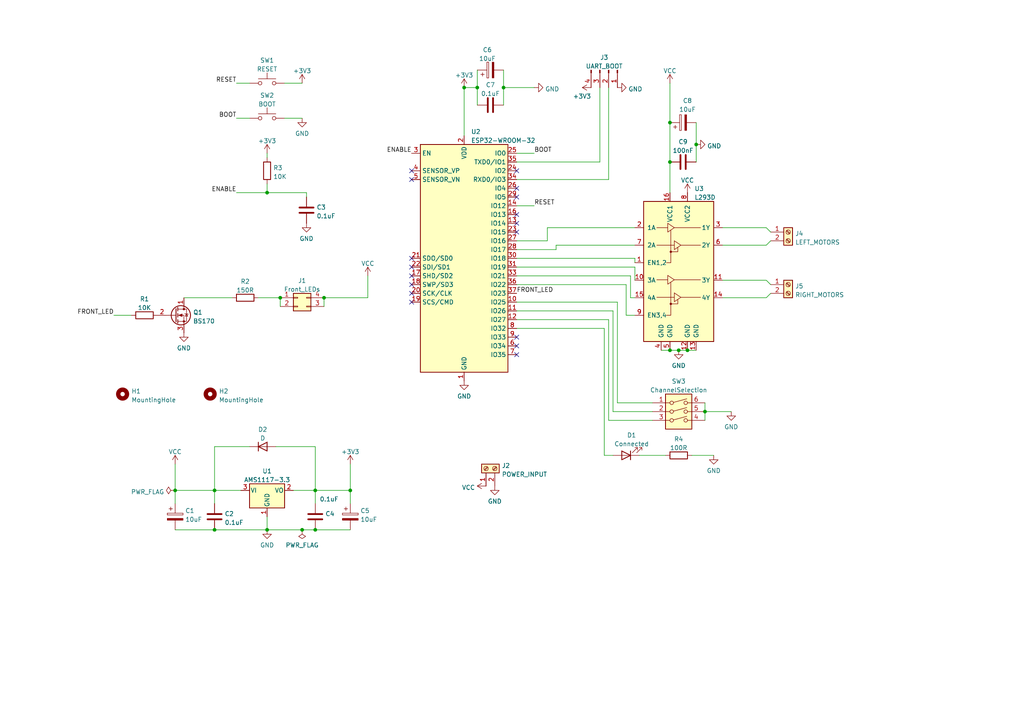
<source format=kicad_sch>
(kicad_sch (version 20211123) (generator eeschema)
  (paper "A4")
  (lib_symbols
    (symbol "Connector:Conn_01x04_Male" (pin_names (offset 1.016) hide)
      (property "Reference" "J" (at 0 5.08 0))
      (property "Value" "Conn_01x04_Male" (at 0 -7.62 0))
      (symbol "Conn_01x04_Male_1_1"
        (polyline (pts (xy 1.27 -5.08) (xy 0.8636 -5.08)) (stroke (width 0.1524)))
        (polyline (pts (xy 1.27 -2.54) (xy 0.8636 -2.54)) (stroke (width 0.1524)))
        (polyline (pts (xy 1.27 0) (xy 0.8636 0)) (stroke (width 0.1524)))
        (polyline (pts (xy 1.27 2.54) (xy 0.8636 2.54)) (stroke (width 0.1524)))
        (rectangle (start 0.8636 -4.953) (end 0 -5.207) (stroke (width 0.1524)) (fill (type outline)))
        (rectangle (start 0.8636 -2.413) (end 0 -2.667) (stroke (width 0.1524)) (fill (type outline)))
        (rectangle (start 0.8636 0.127) (end 0 -0.127) (stroke (width 0.1524)) (fill (type outline)))
        (rectangle (start 0.8636 2.667) (end 0 2.413) (stroke (width 0.1524)) (fill (type outline)))
        (pin passive line (at 5.08 2.54 180) (length 3.81) (name "Pin_1") (number "1"))
        (pin passive line (at 5.08 0 180) (length 3.81) (name "Pin_2") (number "2"))
        (pin passive line (at 5.08 -2.54 180) (length 3.81) (name "Pin_3") (number "3"))
        (pin passive line (at 5.08 -5.08 180) (length 3.81) (name "Pin_4") (number "4"))
      )
    )
    (symbol "Connector:Screw_Terminal_01x02" (pin_names (offset 1.016) hide)
      (property "Reference" "J" (at 0 2.54 0))
      (property "Value" "Screw_Terminal_01x02" (at 0 -5.08 0))
      (symbol "Screw_Terminal_01x02_1_1"
        (rectangle (start -1.27 1.27) (end 1.27 -3.81) (stroke (width 0.254)) (fill (type background)))
        (circle (center 0 -2.54) (radius 0.635) (stroke (width 0.1524)))
        (polyline (pts (xy -0.5334 -2.2098) (xy 0.3302 -3.048)) (stroke (width 0.1524)))
        (polyline (pts (xy -0.5334 0.3302) (xy 0.3302 -0.508)) (stroke (width 0.1524)))
        (polyline (pts (xy -0.3556 -2.032) (xy 0.508 -2.8702)) (stroke (width 0.1524)))
        (polyline (pts (xy -0.3556 0.508) (xy 0.508 -0.3302)) (stroke (width 0.1524)))
        (circle (center 0 0) (radius 0.635) (stroke (width 0.1524)))
        (pin passive line (at -5.08 0 0) (length 3.81) (name "Pin_1") (number "1"))
        (pin passive line (at -5.08 -2.54 0) (length 3.81) (name "Pin_2") (number "2"))
      )
    )
    (symbol "Connector_Generic:Conn_02x02_Counter_Clockwise" (pin_names (offset 1.016) hide)
      (property "Reference" "J" (at 1.27 2.54 0))
      (property "Value" "Conn_02x02_Counter_Clockwise" (at 1.27 -5.08 0))
      (symbol "Conn_02x02_Counter_Clockwise_1_1"
        (rectangle (start -1.27 -2.413) (end 0 -2.667) (stroke (width 0.1524)))
        (rectangle (start -1.27 0.127) (end 0 -0.127) (stroke (width 0.1524)))
        (rectangle (start -1.27 1.27) (end 3.81 -3.81) (stroke (width 0.254)) (fill (type background)))
        (rectangle (start 3.81 -2.413) (end 2.54 -2.667) (stroke (width 0.1524)))
        (rectangle (start 3.81 0.127) (end 2.54 -0.127) (stroke (width 0.1524)))
        (pin passive line (at -5.08 0 0) (length 3.81) (name "Pin_1") (number "1"))
        (pin passive line (at -5.08 -2.54 0) (length 3.81) (name "Pin_2") (number "2"))
        (pin passive line (at 7.62 -2.54 180) (length 3.81) (name "Pin_3") (number "3"))
        (pin passive line (at 7.62 0 180) (length 3.81) (name "Pin_4") (number "4"))
      )
    )
    (symbol "Device:C" (pin_numbers hide) (pin_names (offset 0.254))
      (property "Reference" "C" (at 0.635 2.54 0))
      (property "Value" "C" (at 0.635 -2.54 0))
      (symbol "C_0_1"
        (polyline (pts (xy -2.032 -0.762) (xy 2.032 -0.762)) (stroke (width 0.508)))
        (polyline (pts (xy -2.032 0.762) (xy 2.032 0.762)) (stroke (width 0.508)))
      )
      (symbol "C_1_1"
        (pin passive line (at 0 3.81 270) (length 2.794) (name "~") (number "1"))
        (pin passive line (at 0 -3.81 90) (length 2.794) (name "~") (number "2"))
      )
    )
    (symbol "Device:C_Polarized" (pin_numbers hide) (pin_names (offset 0.254))
      (property "Reference" "C" (at 0.635 2.54 0))
      (property "Value" "C_Polarized" (at 0.635 -2.54 0))
      (symbol "C_Polarized_0_1"
        (rectangle (start -2.286 0.508) (end 2.286 1.016))
        (polyline (pts (xy -1.778 2.286) (xy -0.762 2.286)))
        (polyline (pts (xy -1.27 2.794) (xy -1.27 1.778)))
        (rectangle (start 2.286 -0.508) (end -2.286 -1.016) (fill (type outline)))
      )
      (symbol "C_Polarized_1_1"
        (pin passive line (at 0 3.81 270) (length 2.794) (name "~") (number "1"))
        (pin passive line (at 0 -3.81 90) (length 2.794) (name "~") (number "2"))
      )
    )
    (symbol "Device:D" (pin_numbers hide) (pin_names (offset 1.016) hide)
      (property "Reference" "D" (at 0 2.54 0))
      (property "Value" "D" (at 0 -2.54 0))
      (symbol "D_0_1"
        (polyline (pts (xy -1.27 1.27) (xy -1.27 -1.27)) (stroke (width 0.254)))
        (polyline (pts (xy 1.27 0) (xy -1.27 0)))
        (polyline (pts (xy 1.27 1.27) (xy 1.27 -1.27) (xy -1.27 0) (xy 1.27 1.27)) (stroke (width 0.254)))
      )
      (symbol "D_1_1"
        (pin passive line (at -3.81 0 0) (length 2.54) (name "K") (number "1"))
        (pin passive line (at 3.81 0 180) (length 2.54) (name "A") (number "2"))
      )
    )
    (symbol "Device:LED" (pin_numbers hide) (pin_names (offset 1.016) hide)
      (property "Reference" "D" (at 0 2.54 0))
      (property "Value" "LED" (at 0 -2.54 0))
      (symbol "LED_0_1"
        (polyline (pts (xy -1.27 -1.27) (xy -1.27 1.27)) (stroke (width 0.254)))
        (polyline (pts (xy -1.27 0) (xy 1.27 0)))
        (polyline (pts (xy 1.27 -1.27) (xy 1.27 1.27) (xy -1.27 0) (xy 1.27 -1.27)) (stroke (width 0.254)))
        (polyline (pts (xy -3.048 -0.762) (xy -4.572 -2.286) (xy -3.81 -2.286) (xy -4.572 -2.286) (xy -4.572 -1.524)))
        (polyline (pts (xy -1.778 -0.762) (xy -3.302 -2.286) (xy -2.54 -2.286) (xy -3.302 -2.286) (xy -3.302 -1.524)))
      )
      (symbol "LED_1_1"
        (pin passive line (at -3.81 0 0) (length 2.54) (name "K") (number "1"))
        (pin passive line (at 3.81 0 180) (length 2.54) (name "A") (number "2"))
      )
    )
    (symbol "Device:R" (pin_numbers hide) (pin_names (offset 0))
      (property "Reference" "R" (at 2.032 0 90))
      (property "Value" "R" (at 0 0 90))
      (symbol "R_0_1"
        (rectangle (start -1.016 -2.54) (end 1.016 2.54) (stroke (width 0.254)))
      )
      (symbol "R_1_1"
        (pin passive line (at 0 3.81 270) (length 1.27) (name "~") (number "1"))
        (pin passive line (at 0 -3.81 90) (length 1.27) (name "~") (number "2"))
      )
    )
    (symbol "Driver_Motor:L293D" (pin_names (offset 1.016))
      (property "Reference" "U" (at -5.08 26.035 0))
      (property "Value" "L293D" (at -5.08 24.13 0))
      (symbol "L293D_0_1"
        (rectangle (start -10.16 22.86) (end 10.16 -17.78) (stroke (width 0.254)) (fill (type background)))
        (circle (center -2.286 -6.858) (radius 0.254) (fill (type outline)))
        (circle (center -2.286 8.255) (radius 0.254) (fill (type outline)))
        (polyline (pts (xy -6.35 -4.953) (xy -1.27 -4.953)))
        (polyline (pts (xy -6.35 0.127) (xy -3.175 0.127)))
        (polyline (pts (xy -6.35 10.16) (xy -1.27 10.16)))
        (polyline (pts (xy -6.35 15.24) (xy -3.175 15.24)))
        (polyline (pts (xy -1.27 0.127) (xy 6.35 0.127)))
        (polyline (pts (xy -1.27 15.24) (xy 6.35 15.24)))
        (polyline (pts (xy 0.635 -4.953) (xy 6.35 -4.953)))
        (polyline (pts (xy 0.635 10.16) (xy 6.35 10.16)))
        (polyline (pts (xy -2.286 -6.858) (xy -0.254 -6.858) (xy -0.254 -5.588)))
        (polyline (pts (xy -2.286 -0.635) (xy -2.286 -10.16) (xy -3.556 -10.16)))
        (polyline (pts (xy -2.286 8.255) (xy -0.254 8.255) (xy -0.254 9.525)))
        (polyline (pts (xy -2.286 14.478) (xy -2.286 5.08) (xy -3.556 5.08)))
        (polyline (pts (xy -3.175 1.397) (xy -3.175 -1.143) (xy -1.27 0.127) (xy -3.175 1.397)))
        (polyline (pts (xy -3.175 16.51) (xy -3.175 13.97) (xy -1.27 15.24) (xy -3.175 16.51)))
        (polyline (pts (xy -1.27 -3.683) (xy -1.27 -6.223) (xy 0.635 -4.953) (xy -1.27 -3.683)))
        (polyline (pts (xy -1.27 11.43) (xy -1.27 8.89) (xy 0.635 10.16) (xy -1.27 11.43)))
      )
      (symbol "L293D_1_1"
        (pin input line (at -12.7 5.08 0) (length 2.54) (name "EN1,2") (number "1"))
        (pin input line (at -12.7 0 0) (length 2.54) (name "3A") (number "10"))
        (pin output line (at 12.7 0 180) (length 2.54) (name "3Y") (number "11"))
        (pin power_in line (at 2.54 -20.32 90) (length 2.54) (name "GND") (number "12"))
        (pin power_in line (at 5.08 -20.32 90) (length 2.54) (name "GND") (number "13"))
        (pin output line (at 12.7 -5.08 180) (length 2.54) (name "4Y") (number "14"))
        (pin input line (at -12.7 -5.08 0) (length 2.54) (name "4A") (number "15"))
        (pin power_in line (at -2.54 25.4 270) (length 2.54) (name "VCC1") (number "16"))
        (pin input line (at -12.7 15.24 0) (length 2.54) (name "1A") (number "2"))
        (pin output line (at 12.7 15.24 180) (length 2.54) (name "1Y") (number "3"))
        (pin power_in line (at -5.08 -20.32 90) (length 2.54) (name "GND") (number "4"))
        (pin power_in line (at -2.54 -20.32 90) (length 2.54) (name "GND") (number "5"))
        (pin output line (at 12.7 10.16 180) (length 2.54) (name "2Y") (number "6"))
        (pin input line (at -12.7 10.16 0) (length 2.54) (name "2A") (number "7"))
        (pin power_in line (at 2.54 25.4 270) (length 2.54) (name "VCC2") (number "8"))
        (pin input line (at -12.7 -10.16 0) (length 2.54) (name "EN3,4") (number "9"))
      )
    )
    (symbol "Mechanical:MountingHole" (pin_names (offset 1.016))
      (property "Reference" "H" (at 0 5.08 0))
      (property "Value" "MountingHole" (at 0 3.175 0))
      (symbol "MountingHole_0_1"
        (circle (center 0 0) (radius 1.27) (stroke (width 1.27)))
      )
    )
    (symbol "RF_Module:ESP32-WROOM-32"
      (property "Reference" "U" (at -12.7 34.29 0))
      (property "Value" "ESP32-WROOM-32" (at 1.27 34.29 0))
      (symbol "ESP32-WROOM-32_0_1"
        (rectangle (start -12.7 33.02) (end 12.7 -33.02) (stroke (width 0.254)) (fill (type background)))
      )
      (symbol "ESP32-WROOM-32_1_1"
        (pin power_in line (at 0 -35.56 90) (length 2.54) (name "GND") (number "1"))
        (pin bidirectional line (at 15.24 -12.7 180) (length 2.54) (name "IO25") (number "10"))
        (pin bidirectional line (at 15.24 -15.24 180) (length 2.54) (name "IO26") (number "11"))
        (pin bidirectional line (at 15.24 -17.78 180) (length 2.54) (name "IO27") (number "12"))
        (pin bidirectional line (at 15.24 10.16 180) (length 2.54) (name "IO14") (number "13"))
        (pin bidirectional line (at 15.24 15.24 180) (length 2.54) (name "IO12") (number "14"))
        (pin passive line (at 0 -35.56 90) (length 2.54) hide (name "GND") (number "15"))
        (pin bidirectional line (at 15.24 12.7 180) (length 2.54) (name "IO13") (number "16"))
        (pin bidirectional line (at -15.24 -5.08 0) (length 2.54) (name "SHD/SD2") (number "17"))
        (pin bidirectional line (at -15.24 -7.62 0) (length 2.54) (name "SWP/SD3") (number "18"))
        (pin bidirectional line (at -15.24 -12.7 0) (length 2.54) (name "SCS/CMD") (number "19"))
        (pin power_in line (at 0 35.56 270) (length 2.54) (name "VDD") (number "2"))
        (pin bidirectional line (at -15.24 -10.16 0) (length 2.54) (name "SCK/CLK") (number "20"))
        (pin bidirectional line (at -15.24 0 0) (length 2.54) (name "SDO/SD0") (number "21"))
        (pin bidirectional line (at -15.24 -2.54 0) (length 2.54) (name "SDI/SD1") (number "22"))
        (pin bidirectional line (at 15.24 7.62 180) (length 2.54) (name "IO15") (number "23"))
        (pin bidirectional line (at 15.24 25.4 180) (length 2.54) (name "IO2") (number "24"))
        (pin bidirectional line (at 15.24 30.48 180) (length 2.54) (name "IO0") (number "25"))
        (pin bidirectional line (at 15.24 20.32 180) (length 2.54) (name "IO4") (number "26"))
        (pin bidirectional line (at 15.24 5.08 180) (length 2.54) (name "IO16") (number "27"))
        (pin bidirectional line (at 15.24 2.54 180) (length 2.54) (name "IO17") (number "28"))
        (pin bidirectional line (at 15.24 17.78 180) (length 2.54) (name "IO5") (number "29"))
        (pin input line (at -15.24 30.48 0) (length 2.54) (name "EN") (number "3"))
        (pin bidirectional line (at 15.24 0 180) (length 2.54) (name "IO18") (number "30"))
        (pin bidirectional line (at 15.24 -2.54 180) (length 2.54) (name "IO19") (number "31"))
        (pin no_connect line (at -12.7 -27.94 0) (length 2.54) hide (name "NC") (number "32"))
        (pin bidirectional line (at 15.24 -5.08 180) (length 2.54) (name "IO21") (number "33"))
        (pin bidirectional line (at 15.24 22.86 180) (length 2.54) (name "RXD0/IO3") (number "34"))
        (pin bidirectional line (at 15.24 27.94 180) (length 2.54) (name "TXD0/IO1") (number "35"))
        (pin bidirectional line (at 15.24 -7.62 180) (length 2.54) (name "IO22") (number "36"))
        (pin bidirectional line (at 15.24 -10.16 180) (length 2.54) (name "IO23") (number "37"))
        (pin passive line (at 0 -35.56 90) (length 2.54) hide (name "GND") (number "38"))
        (pin passive line (at 0 -35.56 90) (length 2.54) hide (name "GND") (number "39"))
        (pin input line (at -15.24 25.4 0) (length 2.54) (name "SENSOR_VP") (number "4"))
        (pin input line (at -15.24 22.86 0) (length 2.54) (name "SENSOR_VN") (number "5"))
        (pin input line (at 15.24 -25.4 180) (length 2.54) (name "IO34") (number "6"))
        (pin input line (at 15.24 -27.94 180) (length 2.54) (name "IO35") (number "7"))
        (pin bidirectional line (at 15.24 -20.32 180) (length 2.54) (name "IO32") (number "8"))
        (pin bidirectional line (at 15.24 -22.86 180) (length 2.54) (name "IO33") (number "9"))
      )
    )
    (symbol "Regulator_Linear:AMS1117-3.3" (pin_names (offset 0.254))
      (property "Reference" "U" (at -3.81 3.175 0))
      (property "Value" "AMS1117-3.3" (at 0 3.175 0))
      (symbol "AMS1117-3.3_0_1"
        (rectangle (start -5.08 -5.08) (end 5.08 1.905) (stroke (width 0.254)) (fill (type background)))
      )
      (symbol "AMS1117-3.3_1_1"
        (pin power_in line (at 0 -7.62 90) (length 2.54) (name "GND") (number "1"))
        (pin power_out line (at 7.62 0 180) (length 2.54) (name "VO") (number "2"))
        (pin power_in line (at -7.62 0 0) (length 2.54) (name "VI") (number "3"))
      )
    )
    (symbol "Switch:SW_DIP_x03" (pin_names (offset 0) hide)
      (property "Reference" "SW" (at 0 8.89 0))
      (property "Value" "SW_DIP_x03" (at 0 -3.81 0))
      (symbol "SW_DIP_x03_0_0"
        (circle (center -2.032 0) (radius 0.508))
        (circle (center -2.032 2.54) (radius 0.508))
        (circle (center -2.032 5.08) (radius 0.508))
        (polyline (pts (xy -1.524 0.127) (xy 2.3622 1.1684)))
        (polyline (pts (xy -1.524 2.667) (xy 2.3622 3.7084)))
        (polyline (pts (xy -1.524 5.207) (xy 2.3622 6.2484)))
        (circle (center 2.032 0) (radius 0.508))
        (circle (center 2.032 2.54) (radius 0.508))
        (circle (center 2.032 5.08) (radius 0.508))
      )
      (symbol "SW_DIP_x03_0_1"
        (rectangle (start -3.81 7.62) (end 3.81 -2.54) (stroke (width 0.254)) (fill (type background)))
      )
      (symbol "SW_DIP_x03_1_1"
        (pin passive line (at -7.62 5.08 0) (length 5.08) (name "~") (number "1"))
        (pin passive line (at -7.62 2.54 0) (length 5.08) (name "~") (number "2"))
        (pin passive line (at -7.62 0 0) (length 5.08) (name "~") (number "3"))
        (pin passive line (at 7.62 0 180) (length 5.08) (name "~") (number "4"))
        (pin passive line (at 7.62 2.54 180) (length 5.08) (name "~") (number "5"))
        (pin passive line (at 7.62 5.08 180) (length 5.08) (name "~") (number "6"))
      )
    )
    (symbol "Switch:SW_Push" (pin_numbers hide) (pin_names (offset 1.016) hide)
      (property "Reference" "SW" (at 1.27 2.54 0))
      (property "Value" "SW_Push" (at 0 -1.524 0))
      (symbol "SW_Push_0_1"
        (circle (center -2.032 0) (radius 0.508))
        (polyline (pts (xy 0 1.27) (xy 0 3.048)))
        (polyline (pts (xy 2.54 1.27) (xy -2.54 1.27)))
        (circle (center 2.032 0) (radius 0.508))
        (pin passive line (at -5.08 0 0) (length 2.54) (name "1") (number "1"))
        (pin passive line (at 5.08 0 180) (length 2.54) (name "2") (number "2"))
      )
    )
    (symbol "Transistor_FET:BS170" (pin_names hide)
      (property "Reference" "Q" (at 5.08 1.905 0))
      (property "Value" "BS170" (at 5.08 0 0))
      (symbol "BS170_0_1"
        (polyline (pts (xy 0.254 0) (xy -2.54 0)))
        (polyline (pts (xy 0.254 1.905) (xy 0.254 -1.905)) (stroke (width 0.254)))
        (polyline (pts (xy 0.762 -1.27) (xy 0.762 -2.286)) (stroke (width 0.254)))
        (polyline (pts (xy 0.762 0.508) (xy 0.762 -0.508)) (stroke (width 0.254)))
        (polyline (pts (xy 0.762 2.286) (xy 0.762 1.27)) (stroke (width 0.254)))
        (polyline (pts (xy 2.54 2.54) (xy 2.54 1.778)))
        (polyline (pts (xy 2.54 -2.54) (xy 2.54 0) (xy 0.762 0)))
        (polyline (pts (xy 0.762 -1.778) (xy 3.302 -1.778) (xy 3.302 1.778) (xy 0.762 1.778)))
        (polyline (pts (xy 1.016 0) (xy 2.032 0.381) (xy 2.032 -0.381) (xy 1.016 0)) (fill (type outline)))
        (polyline (pts (xy 2.794 0.508) (xy 2.921 0.381) (xy 3.683 0.381) (xy 3.81 0.254)))
        (polyline (pts (xy 3.302 0.381) (xy 2.921 -0.254) (xy 3.683 -0.254) (xy 3.302 0.381)))
        (circle (center 1.651 0) (radius 2.794) (stroke (width 0.254)))
        (circle (center 2.54 -1.778) (radius 0.254) (fill (type outline)))
        (circle (center 2.54 1.778) (radius 0.254) (fill (type outline)))
      )
      (symbol "BS170_1_1"
        (pin passive line (at 2.54 5.08 270) (length 2.54) (name "D") (number "1"))
        (pin input line (at -5.08 0 0) (length 2.54) (name "G") (number "2"))
        (pin passive line (at 2.54 -5.08 90) (length 2.54) (name "S") (number "3"))
      )
    )
    (symbol "power:+3.3V" (power) (pin_names (offset 0))
      (property "Value" "+3.3V" (at 0 3.556 0))
      (symbol "+3.3V_0_1"
        (polyline (pts (xy -0.762 1.27) (xy 0 2.54)))
        (polyline (pts (xy 0 0) (xy 0 2.54)))
        (polyline (pts (xy 0 2.54) (xy 0.762 1.27)))
      )
      (symbol "+3.3V_1_1"
        (pin power_in line (at 0 0 90) (length 0) hide (name "+3V3") (number "1"))
      )
    )
    (symbol "power:GND" (power) (pin_names (offset 0))
      (property "Value" "GND" (at 0 -3.81 0))
      (symbol "GND_0_1"
        (polyline (pts (xy 0 0) (xy 0 -1.27) (xy 1.27 -1.27) (xy 0 -2.54) (xy -1.27 -1.27) (xy 0 -1.27)))
      )
      (symbol "GND_1_1"
        (pin power_in line (at 0 0 270) (length 0) hide (name "GND") (number "1"))
      )
    )
    (symbol "power:PWR_FLAG" (power) (pin_numbers hide) (pin_names (offset 0) hide)
      (property "Value" "PWR_FLAG" (at 0 3.81 0))
      (symbol "PWR_FLAG_0_0"
        (pin power_out line (at 0 0 90) (length 0) (name "pwr") (number "1"))
      )
      (symbol "PWR_FLAG_0_1"
        (polyline (pts (xy 0 0) (xy 0 1.27) (xy -1.016 1.905) (xy 0 2.54) (xy 1.016 1.905) (xy 0 1.27)))
      )
    )
    (symbol "power:VCC" (power) (pin_names (offset 0))
      (property "Value" "VCC" (at 0 3.81 0))
      (symbol "VCC_0_1"
        (polyline (pts (xy -0.762 1.27) (xy 0 2.54)))
        (polyline (pts (xy 0 0) (xy 0 2.54)))
        (polyline (pts (xy 0 2.54) (xy 0.762 1.27)))
      )
      (symbol "VCC_1_1"
        (pin power_in line (at 0 0 90) (length 0) hide (name "VCC") (number "1"))
      )
    )
  )
  (junction (at 138.43 25.4))
  (junction (at 81.28 86.36))
  (junction (at 77.47 55.88))
  (junction (at 50.8 142.24))
  (junction (at 62.23 153.67))
  (junction (at 91.44 142.24))
  (junction (at 134.62 25.4))
  (junction (at 62.23 142.24))
  (junction (at 194.31 35.56))
  (junction (at 101.6 142.24))
  (junction (at 146.05 25.4))
  (junction (at 199.39 101.6))
  (junction (at 194.31 46.99))
  (junction (at 93.98 86.36))
  (junction (at 91.44 153.67))
  (junction (at 196.85 101.6))
  (junction (at 77.47 153.67))
  (junction (at 194.31 101.6))
  (junction (at 201.93 41.91))
  (junction (at 204.47 119.38))
  (junction (at 87.63 153.67))
  (no_connect (at 149.86 64.77))
  (no_connect (at 149.86 67.31))
  (no_connect (at 149.86 97.79))
  (no_connect (at 149.86 100.33))
  (no_connect (at 149.86 102.87))
  (no_connect (at 149.86 62.23))
  (no_connect (at 149.86 49.53))
  (no_connect (at 149.86 54.61))
  (no_connect (at 149.86 57.15))
  (no_connect (at 119.38 77.47))
  (no_connect (at 119.38 80.01))
  (no_connect (at 119.38 82.55))
  (no_connect (at 119.38 85.09))
  (no_connect (at 119.38 87.63))
  (no_connect (at 119.38 49.53))
  (no_connect (at 119.38 52.07))
  (no_connect (at 119.38 74.93))
  (wire (pts (xy 149.86 80.01) (xy 182.88 80.01)))
  (wire (pts (xy 175.26 132.08) (xy 177.8 132.08)))
  (wire (pts (xy 53.34 86.36) (xy 67.31 86.36)))
  (wire (pts (xy 91.44 153.67) (xy 101.6 153.67)))
  (wire (pts (xy 200.66 132.08) (xy 207.01 132.08)))
  (wire (pts (xy 91.44 142.24) (xy 101.6 142.24)))
  (wire (pts (xy 222.25 86.36) (xy 223.52 85.09)))
  (wire (pts (xy 196.85 101.6) (xy 199.39 101.6)))
  (wire (pts (xy 222.25 71.12) (xy 223.52 69.85)))
  (wire (pts (xy 181.61 82.55) (xy 181.61 91.44)))
  (wire (pts (xy 194.31 35.56) (xy 194.31 46.99)))
  (wire (pts (xy 204.47 116.84) (xy 204.47 119.38)))
  (wire (pts (xy 138.43 25.4) (xy 138.43 30.48)))
  (wire (pts (xy 101.6 146.05) (xy 101.6 142.24)))
  (wire (pts (xy 74.93 86.36) (xy 81.28 86.36)))
  (wire (pts (xy 81.28 86.36) (xy 81.28 88.9)))
  (wire (pts (xy 134.62 25.4) (xy 134.62 39.37)))
  (wire (pts (xy 182.88 86.36) (xy 184.15 86.36)))
  (wire (pts (xy 62.23 153.67) (xy 77.47 153.67)))
  (wire (pts (xy 72.39 129.54) (xy 62.23 129.54)))
  (wire (pts (xy 161.29 71.12) (xy 184.15 71.12)))
  (wire (pts (xy 68.58 24.13) (xy 72.39 24.13)))
  (wire (pts (xy 149.86 46.99) (xy 173.99 46.99)))
  (wire (pts (xy 154.94 59.69) (xy 149.86 59.69)))
  (wire (pts (xy 149.86 77.47) (xy 184.15 77.47)))
  (wire (pts (xy 50.8 153.67) (xy 62.23 153.67)))
  (wire (pts (xy 77.47 53.34) (xy 77.47 55.88)))
  (wire (pts (xy 91.44 146.05) (xy 91.44 142.24)))
  (wire (pts (xy 149.86 44.45) (xy 154.94 44.45)))
  (wire (pts (xy 181.61 91.44) (xy 184.15 91.44)))
  (wire (pts (xy 68.58 34.29) (xy 72.39 34.29)))
  (wire (pts (xy 149.86 90.17) (xy 177.8 90.17)))
  (wire (pts (xy 223.52 82.55) (xy 222.25 81.28)))
  (wire (pts (xy 146.05 25.4) (xy 146.05 30.48)))
  (wire (pts (xy 62.23 129.54) (xy 62.23 142.24)))
  (wire (pts (xy 204.47 119.38) (xy 212.09 119.38)))
  (wire (pts (xy 173.99 46.99) (xy 173.99 25.4)))
  (wire (pts (xy 176.53 52.07) (xy 176.53 25.4)))
  (wire (pts (xy 175.26 95.25) (xy 175.26 132.08)))
  (wire (pts (xy 87.63 153.67) (xy 91.44 153.67)))
  (wire (pts (xy 161.29 72.39) (xy 161.29 71.12)))
  (wire (pts (xy 179.07 116.84) (xy 189.23 116.84)))
  (wire (pts (xy 182.88 80.01) (xy 182.88 86.36)))
  (wire (pts (xy 50.8 146.05) (xy 50.8 142.24)))
  (wire (pts (xy 149.86 95.25) (xy 175.26 95.25)))
  (wire (pts (xy 33.02 91.44) (xy 38.1 91.44)))
  (wire (pts (xy 146.05 25.4) (xy 154.94 25.4)))
  (wire (pts (xy 149.86 52.07) (xy 176.53 52.07)))
  (wire (pts (xy 138.43 20.32) (xy 138.43 25.4)))
  (wire (pts (xy 184.15 74.93) (xy 184.15 76.2)))
  (wire (pts (xy 62.23 146.05) (xy 62.23 142.24)))
  (wire (pts (xy 201.93 41.91) (xy 201.93 46.99)))
  (wire (pts (xy 80.01 129.54) (xy 91.44 129.54)))
  (wire (pts (xy 146.05 20.32) (xy 146.05 25.4)))
  (wire (pts (xy 138.43 25.4) (xy 134.62 25.4)))
  (wire (pts (xy 194.31 24.13) (xy 194.31 35.56)))
  (wire (pts (xy 77.47 149.86) (xy 77.47 153.67)))
  (wire (pts (xy 82.55 34.29) (xy 87.63 34.29)))
  (wire (pts (xy 194.31 101.6) (xy 196.85 101.6)))
  (wire (pts (xy 222.25 66.04) (xy 223.52 67.31)))
  (wire (pts (xy 77.47 44.45) (xy 77.47 45.72)))
  (wire (pts (xy 184.15 77.47) (xy 184.15 81.28)))
  (wire (pts (xy 209.55 81.28) (xy 222.25 81.28)))
  (wire (pts (xy 177.8 119.38) (xy 189.23 119.38)))
  (wire (pts (xy 50.8 134.62) (xy 50.8 142.24)))
  (wire (pts (xy 88.9 55.88) (xy 88.9 57.15)))
  (wire (pts (xy 93.98 86.36) (xy 93.98 88.9)))
  (wire (pts (xy 68.58 55.88) (xy 77.47 55.88)))
  (wire (pts (xy 209.55 86.36) (xy 222.25 86.36)))
  (wire (pts (xy 106.68 86.36) (xy 106.68 80.01)))
  (wire (pts (xy 158.75 66.04) (xy 184.15 66.04)))
  (wire (pts (xy 194.31 46.99) (xy 194.31 55.88)))
  (wire (pts (xy 149.86 74.93) (xy 184.15 74.93)))
  (wire (pts (xy 62.23 142.24) (xy 69.85 142.24)))
  (wire (pts (xy 199.39 101.6) (xy 201.93 101.6)))
  (wire (pts (xy 93.98 86.36) (xy 106.68 86.36)))
  (wire (pts (xy 158.75 69.85) (xy 158.75 66.04)))
  (wire (pts (xy 101.6 134.62) (xy 101.6 142.24)))
  (wire (pts (xy 149.86 92.71) (xy 176.53 92.71)))
  (wire (pts (xy 204.47 119.38) (xy 204.47 121.92)))
  (wire (pts (xy 177.8 90.17) (xy 177.8 119.38)))
  (wire (pts (xy 176.53 92.71) (xy 176.53 121.92)))
  (wire (pts (xy 179.07 87.63) (xy 149.86 87.63)))
  (wire (pts (xy 149.86 82.55) (xy 181.61 82.55)))
  (wire (pts (xy 82.55 24.13) (xy 87.63 24.13)))
  (wire (pts (xy 209.55 71.12) (xy 222.25 71.12)))
  (wire (pts (xy 91.44 129.54) (xy 91.44 142.24)))
  (wire (pts (xy 185.42 132.08) (xy 193.04 132.08)))
  (wire (pts (xy 209.55 66.04) (xy 222.25 66.04)))
  (wire (pts (xy 179.07 116.84) (xy 179.07 87.63)))
  (wire (pts (xy 77.47 55.88) (xy 88.9 55.88)))
  (wire (pts (xy 50.8 142.24) (xy 62.23 142.24)))
  (wire (pts (xy 201.93 35.56) (xy 201.93 41.91)))
  (wire (pts (xy 85.09 142.24) (xy 91.44 142.24)))
  (wire (pts (xy 149.86 72.39) (xy 161.29 72.39)))
  (wire (pts (xy 176.53 121.92) (xy 189.23 121.92)))
  (wire (pts (xy 149.86 69.85) (xy 158.75 69.85)))
  (wire (pts (xy 77.47 153.67) (xy 87.63 153.67)))
  (wire (pts (xy 191.77 101.6) (xy 194.31 101.6)))
  (label "ENABLE" (at 68.58 55.88 180))
  (label "RESET" (at 154.94 59.69 0))
  (label "FRONT_LED" (at 33.02 91.44 180))
  (label "RESET" (at 68.58 24.13 180))
  (label "FRONT_LED" (at 149.86 85.09 0))
  (label "BOOT" (at 68.58 34.29 180))
  (label "ENABLE" (at 119.38 44.45 180))
  (label "BOOT" (at 154.94 44.45 0))
  (symbol (lib_id "power:VCC") (at 194.31 24.13 0) (unit 1)
    (property "Reference" "#PWR015" (effects hide))
    (property "Value" "VCC" (at 194.31 20.5542 0))
  )
  (symbol (lib_id "power:GND") (at 88.9 64.77 0) (unit 1)
    (property "Reference" "#PWR07" (effects hide))
    (property "Value" "GND" (at 88.9 69.2134 0))
  )
  (symbol (lib_id "Device:D") (at 76.2 129.54 0) (unit 1)
    (property "Reference" "D2" (at 76.2 124.5702 0))
    (property "Value" "D" (at 76.2 127.1071 0))
    (property "Footprint" "Diode_THT:D_DO-41_SOD81_P7.62mm_Horizontal" (effects hide))
  )
  (symbol (lib_id "Device:C") (at 62.23 149.86 0) (unit 1)
    (property "Reference" "C2" (at 65.151 149.0253 0) (effects (justify left)))
    (property "Value" "0.1uF" (at 65.151 151.5622 0) (effects (justify left)))
    (property "Footprint" "Capacitor_THT:C_Disc_D5.0mm_W2.5mm_P5.00mm" (effects hide))
  )
  (symbol (lib_id "power:+3.3V") (at 171.45 25.4 90) (unit 1)
    (property "Reference" "#PWR013" (effects hide))
    (property "Value" "+3.3V" (at 171.45 27.94 90) (effects (justify left)))
  )
  (symbol (lib_id "Device:R") (at 196.85 132.08 90) (unit 1)
    (property "Reference" "R4" (at 196.85 127.3642 90))
    (property "Value" "100R" (at 196.85 129.9011 90))
    (property "Footprint" "Resistor_THT:R_Axial_DIN0207_L6.3mm_D2.5mm_P7.62mm_Horizontal" (effects hide))
  )
  (symbol (lib_id "power:VCC") (at 140.97 140.97 90) (unit 1)
    (property "Reference" "#PWR010" (effects hide))
    (property "Value" "VCC" (at 137.795 141.4038 90) (effects (justify left)))
  )
  (symbol (lib_id "power:PWR_FLAG") (at 50.8 142.24 90) (unit 1)
    (property "Reference" "#FLG0101" (effects hide))
    (property "Value" "PWR_FLAG" (at 47.6251 142.6738 90) (effects (justify left)))
  )
  (symbol (lib_id "Driver_Motor:L293D") (at 196.85 81.28 0) (unit 1)
    (property "Reference" "U3" (at 201.4094 54.7202 0) (effects (justify left)))
    (property "Value" "L293D" (at 201.4094 57.2571 0) (effects (justify left)))
    (property "Footprint" "Package_DIP:DIP-16_W7.62mm" (effects hide))
    (property "Datasheet" "http://www.ti.com/lit/ds/symlink/l293.pdf" (effects hide))
  )
  (symbol (lib_id "Connector:Screw_Terminal_01x02") (at 140.97 135.89 90) (unit 1)
    (property "Reference" "J2" (at 145.542 135.0553 90) (effects (justify right)))
    (property "Value" "POWER_INPUT" (at 145.542 137.5922 90) (effects (justify right)))
    (property "Footprint" "TerminalBlock:TerminalBlock_Altech_AK300-2_P5.00mm" (effects hide))
  )
  (symbol (lib_id "power:PWR_FLAG") (at 87.63 153.67 180) (unit 1)
    (property "Reference" "#FLG0102" (effects hide))
    (property "Value" "PWR_FLAG" (at 87.63 158.1134 0))
  )
  (symbol (lib_id "Device:C_Polarized") (at 198.12 35.56 90) (unit 1)
    (property "Reference" "C8" (at 199.39 29.21 90))
    (property "Value" "10uF" (at 199.39 31.75 90))
    (property "Footprint" "Capacitor_THT:CP_Radial_D4.0mm_P1.50mm" (effects hide))
  )
  (symbol (lib_id "Connector:Conn_01x04_Male") (at 176.53 20.32 270) (unit 1)
    (property "Reference" "J3" (at 175.26 16.671 90))
    (property "Value" "UART_BOOT" (at 175.26 19.2079 90))
    (property "Footprint" "Connector_PinHeader_2.54mm:PinHeader_1x04_P2.54mm_Vertical" (effects hide))
  )
  (symbol (lib_id "Device:C") (at 198.12 46.99 90) (unit 1)
    (property "Reference" "C9" (at 198.12 41.1312 90))
    (property "Value" "100nF" (at 198.12 43.6681 90))
    (property "Footprint" "Capacitor_THT:C_Disc_D5.0mm_W2.5mm_P5.00mm" (effects hide))
  )
  (symbol (lib_id "Device:C") (at 88.9 60.96 0) (unit 1)
    (property "Reference" "C3" (at 91.821 60.1253 0) (effects (justify left)))
    (property "Value" "0.1uF" (at 91.821 62.6622 0) (effects (justify left)))
    (property "Footprint" "Capacitor_THT:C_Disc_D5.0mm_W2.5mm_P5.00mm" (effects hide))
  )
  (symbol (lib_id "Regulator_Linear:AMS1117-3.3") (at 77.47 142.24 0) (unit 1)
    (property "Reference" "U1" (at 77.47 136.6352 0))
    (property "Value" "AMS1117-3.3" (at 77.47 139.1721 0))
    (property "Footprint" "Package_TO_SOT_SMD:SOT-223-3_TabPin2" (effects hide))
    (property "Datasheet" "http://www.advanced-monolithic.com/pdf/ds1117.pdf" (effects hide))
  )
  (symbol (lib_id "power:GND") (at 201.93 41.91 90) (unit 1)
    (property "Reference" "#PWR017" (effects hide))
    (property "Value" "GND" (at 205.105 42.3438 90) (effects (justify right)))
  )
  (symbol (lib_id "Connector:Screw_Terminal_01x02") (at 228.6 82.55 0) (unit 1)
    (property "Reference" "J5" (at 230.632 82.9853 0) (effects (justify left)))
    (property "Value" "RIGHT_MOTORS" (at 230.632 85.5222 0) (effects (justify left)))
    (property "Footprint" "TerminalBlock:TerminalBlock_Altech_AK300-2_P5.00mm" (effects hide))
  )
  (symbol (lib_id "Switch:SW_Push") (at 77.47 34.29 0) (unit 1)
    (property "Reference" "SW2" (at 77.47 27.6692 0))
    (property "Value" "BOOT" (at 77.47 30.2061 0))
    (property "Footprint" "Button_Switch_THT:SW_PUSH_6mm" (effects hide))
  )
  (symbol (lib_id "power:+3.3V") (at 87.63 24.13 0) (unit 1)
    (property "Reference" "#PWR05" (effects hide))
    (property "Value" "+3.3V" (at 87.63 20.5542 0))
  )
  (symbol (lib_id "Mechanical:MountingHole") (at 60.96 114.3 0) (unit 1)
    (property "Reference" "H2" (at 63.5 113.4653 0) (effects (justify left)))
    (property "Value" "MountingHole" (at 63.5 116.0022 0) (effects (justify left)))
    (property "Footprint" "MountingHole:MountingHole_3.2mm_M3" (effects hide))
  )
  (symbol (lib_id "Transistor_FET:BS170") (at 50.8 91.44 0) (unit 1)
    (property "Reference" "Q1" (at 56.007 90.6053 0) (effects (justify left)))
    (property "Value" "BS170" (at 56.007 93.1422 0) (effects (justify left)))
    (property "Footprint" "Package_TO_SOT_THT:TO-92_Inline" (effects hide))
    (property "Datasheet" "https://www.onsemi.com/pub/Collateral/BS170-D.PDF" (effects hide))
  )
  (symbol (lib_id "Device:R") (at 71.12 86.36 90) (unit 1)
    (property "Reference" "R2" (at 71.12 81.6442 90))
    (property "Value" "150R" (at 71.12 84.1811 90))
    (property "Footprint" "Resistor_THT:R_Axial_DIN0207_L6.3mm_D2.5mm_P7.62mm_Horizontal" (effects hide))
  )
  (symbol (lib_id "power:GND") (at 179.07 25.4 90) (unit 1)
    (property "Reference" "#PWR014" (effects hide))
    (property "Value" "GND" (at 182.245 25.8338 90) (effects (justify right)))
  )
  (symbol (lib_id "Device:R") (at 77.47 49.53 180) (unit 1)
    (property "Reference" "R3" (at 79.248 48.6953 0) (effects (justify right)))
    (property "Value" "10K" (at 79.248 51.2322 0) (effects (justify right)))
    (property "Footprint" "Resistor_THT:R_Axial_DIN0207_L6.3mm_D2.5mm_P7.62mm_Horizontal" (effects hide))
  )
  (symbol (lib_id "power:+3.3V") (at 77.47 44.45 0) (unit 1)
    (property "Reference" "#PWR03" (effects hide))
    (property "Value" "+3.3V" (at 77.47 40.8742 0))
  )
  (symbol (lib_id "power:GND") (at 196.85 101.6 0) (unit 1)
    (property "Reference" "#PWR016" (effects hide))
    (property "Value" "GND" (at 196.85 106.0434 0))
  )
  (symbol (lib_id "power:VCC") (at 106.68 80.01 0) (unit 1)
    (property "Reference" "#PWR09" (effects hide))
    (property "Value" "VCC" (at 106.68 76.4342 0))
  )
  (symbol (lib_id "Device:C_Polarized") (at 142.24 20.32 90) (unit 1)
    (property "Reference" "C6" (at 141.351 14.4612 90))
    (property "Value" "10uF" (at 141.351 16.9981 90))
    (property "Footprint" "Capacitor_THT:CP_Radial_D4.0mm_P1.50mm" (effects hide))
  )
  (symbol (lib_id "power:GND") (at 207.01 132.08 0) (unit 1)
    (property "Reference" "#PWR018" (effects hide))
    (property "Value" "GND" (at 207.01 136.5234 0))
  )
  (symbol (lib_id "Device:LED") (at 181.61 132.08 180) (unit 1)
    (property "Reference" "D1" (at 183.1975 126.2212 0))
    (property "Value" "Connected" (at 183.1975 128.7581 0))
    (property "Footprint" "LED_THT:LED_D3.0mm_Clear" (effects hide))
  )
  (symbol (lib_id "power:GND") (at 134.62 110.49 0) (unit 1)
    (property "Reference" "#PWR0103" (effects hide))
    (property "Value" "GND" (at 134.62 114.9334 0))
  )
  (symbol (lib_id "power:GND") (at 53.34 96.52 0) (unit 1)
    (property "Reference" "#PWR02" (effects hide))
    (property "Value" "GND" (at 53.34 100.9634 0))
  )
  (symbol (lib_id "Device:C") (at 142.24 30.48 90) (unit 1)
    (property "Reference" "C7" (at 142.24 24.6212 90))
    (property "Value" "0.1uF" (at 142.24 27.1581 90))
    (property "Footprint" "Capacitor_THT:C_Disc_D5.0mm_W2.5mm_P5.00mm" (effects hide))
  )
  (symbol (lib_id "power:+3.3V") (at 101.6 134.62 0) (unit 1)
    (property "Reference" "#PWR08" (effects hide))
    (property "Value" "+3.3V" (at 101.6 131.0442 0))
  )
  (symbol (lib_id "power:VCC") (at 50.8 134.62 0) (unit 1)
    (property "Reference" "#PWR01" (effects hide))
    (property "Value" "VCC" (at 50.8 131.0442 0))
  )
  (symbol (lib_id "Switch:SW_Push") (at 77.47 24.13 0) (unit 1)
    (property "Reference" "SW1" (at 77.47 17.5092 0))
    (property "Value" "RESET" (at 77.47 20.0461 0))
    (property "Footprint" "Button_Switch_THT:SW_PUSH_6mm" (effects hide))
  )
  (symbol (lib_id "power:GND") (at 154.94 25.4 90) (unit 1)
    (property "Reference" "#PWR012" (effects hide))
    (property "Value" "GND" (at 158.115 25.8338 90) (effects (justify right)))
  )
  (symbol (lib_id "RF_Module:ESP32-WROOM-32") (at 134.62 74.93 0) (unit 1)
    (property "Reference" "U2" (at 136.6394 38.2102 0) (effects (justify left)))
    (property "Value" "ESP32-WROOM-32" (at 136.6394 40.7471 0) (effects (justify left)))
    (property "Footprint" "RF_Module:ESP32-WROOM-32" (effects hide))
    (property "Datasheet" "https://www.espressif.com/sites/default/files/documentation/esp32-wroom-32_datasheet_en.pdf" (effects hide))
  )
  (symbol (lib_id "power:+3.3V") (at 134.62 25.4 0) (unit 1)
    (property "Reference" "#PWR0101" (effects hide))
    (property "Value" "+3.3V" (at 134.62 21.8242 0))
  )
  (symbol (lib_id "power:GND") (at 212.09 119.38 0) (unit 1)
    (property "Reference" "#PWR019" (effects hide))
    (property "Value" "GND" (at 212.09 123.8234 0))
  )
  (symbol (lib_id "power:GND") (at 77.47 153.67 0) (unit 1)
    (property "Reference" "#PWR04" (effects hide))
    (property "Value" "GND" (at 77.47 158.1134 0))
  )
  (symbol (lib_id "Device:C_Polarized") (at 101.6 149.86 0) (unit 1)
    (property "Reference" "C5" (at 104.521 148.1363 0) (effects (justify left)))
    (property "Value" "10uF" (at 104.521 150.6732 0) (effects (justify left)))
    (property "Footprint" "Capacitor_THT:CP_Radial_D4.0mm_P1.50mm" (effects hide))
  )
  (symbol (lib_id "power:VCC") (at 199.39 55.88 0) (unit 1)
    (property "Reference" "#PWR0102" (effects hide))
    (property "Value" "VCC" (at 199.39 52.3042 0))
  )
  (symbol (lib_id "power:GND") (at 143.51 140.97 0) (unit 1)
    (property "Reference" "#PWR011" (effects hide))
    (property "Value" "GND" (at 143.51 145.4134 0))
  )
  (symbol (lib_id "Device:C_Polarized") (at 50.8 149.86 0) (unit 1)
    (property "Reference" "C1" (at 53.721 148.1363 0) (effects (justify left)))
    (property "Value" "10uF" (at 53.721 150.6732 0) (effects (justify left)))
    (property "Footprint" "Capacitor_THT:CP_Radial_D4.0mm_P1.50mm" (effects hide))
  )
  (symbol (lib_id "Switch:SW_DIP_x03") (at 196.85 121.92 0) (unit 1)
    (property "Reference" "SW3" (at 196.85 110.6002 0))
    (property "Value" "ChannelSelection" (at 196.85 113.1371 0))
    (property "Footprint" "Button_Switch_THT:SW_DIP_SPSTx03_Slide_9.78x9.8mm_W7.62mm_P2.54mm" (effects hide))
  )
  (symbol (lib_id "power:GND") (at 87.63 34.29 0) (unit 1)
    (property "Reference" "#PWR06" (effects hide))
    (property "Value" "GND" (at 87.63 38.7334 0))
  )
  (symbol (lib_id "Mechanical:MountingHole") (at 35.56 114.3 0) (unit 1)
    (property "Reference" "H1" (at 38.1 113.4653 0) (effects (justify left)))
    (property "Value" "MountingHole" (at 38.1 116.0022 0) (effects (justify left)))
    (property "Footprint" "MountingHole:MountingHole_3.2mm_M3" (effects hide))
  )
  (symbol (lib_id "Device:C") (at 91.44 149.86 0) (unit 1)
    (property "Reference" "C4" (at 94.361 149.0253 0) (effects (justify left)))
    (property "Value" "0.1uF" (at 92.71 144.78 0) (effects (justify left)))
    (property "Footprint" "Capacitor_THT:C_Disc_D5.0mm_W2.5mm_P5.00mm" (effects hide))
  )
  (symbol (lib_id "Device:R") (at 41.91 91.44 90) (unit 1)
    (property "Reference" "R1" (at 41.91 86.7242 90))
    (property "Value" "10K" (at 41.91 89.2611 90))
    (property "Footprint" "Resistor_THT:R_Axial_DIN0207_L6.3mm_D2.5mm_P7.62mm_Horizontal" (effects hide))
  )
  (symbol (lib_id "Connector:Screw_Terminal_01x02") (at 228.6 67.31 0) (unit 1)
    (property "Reference" "J4" (at 230.632 67.7453 0) (effects (justify left)))
    (property "Value" "LEFT_MOTORS" (at 230.632 70.2822 0) (effects (justify left)))
    (property "Footprint" "TerminalBlock:TerminalBlock_Altech_AK300-2_P5.00mm" (effects hide))
  )
  (symbol (lib_id "Connector_Generic:Conn_02x02_Counter_Clockwise") (at 86.36 86.36 0) (unit 1)
    (property "Reference" "J1" (at 87.63 81.3902 0))
    (property "Value" "Front_LEDs" (at 87.63 83.9271 0))
    (property "Footprint" "Connector_PinHeader_2.54mm:PinHeader_2x02_P2.54mm_Vertical" (effects hide))
  )
)
</source>
